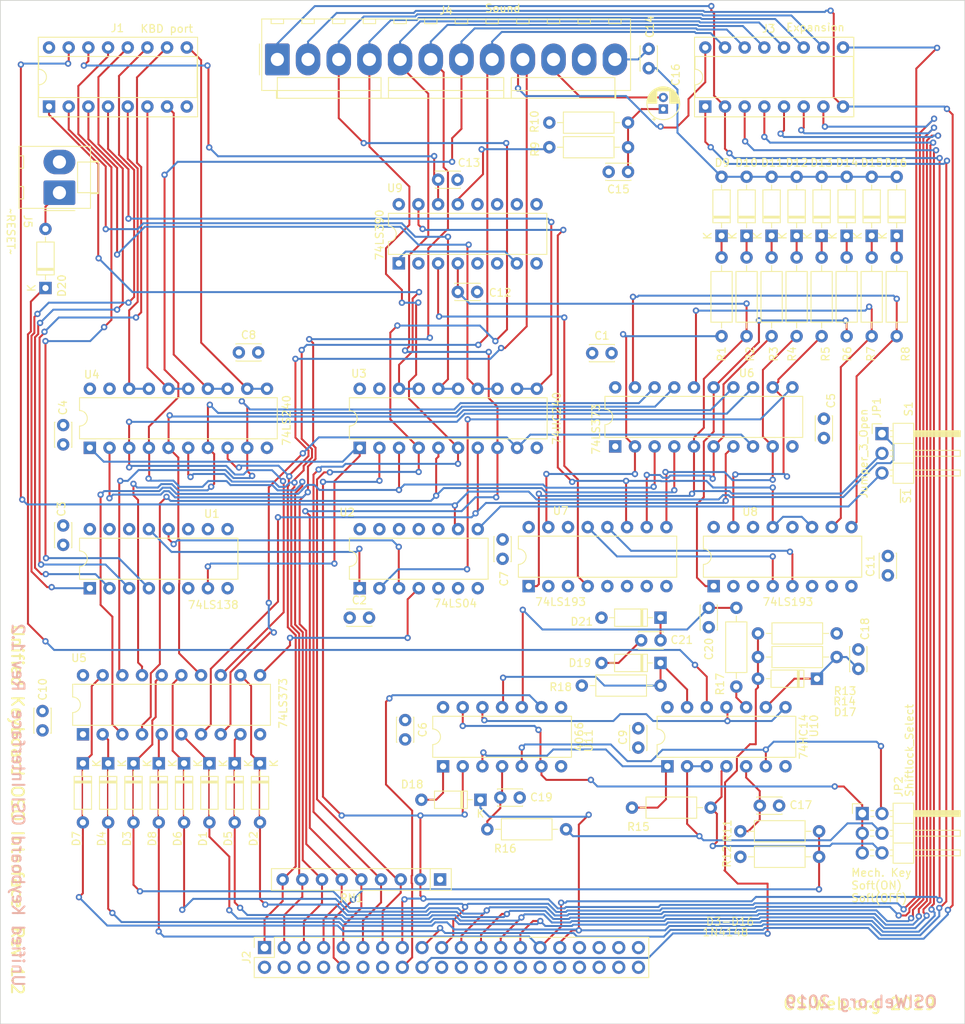
<source format=kicad_pcb>
(kicad_pcb (version 20221018) (generator pcbnew)

  (general
    (thickness 1.6)
  )

  (paper "B")
  (title_block
    (title "Unified Retro Keyboard")
    (date "2020-06-23")
    (rev "1.2")
  )

  (layers
    (0 "F.Cu" signal)
    (31 "B.Cu" signal)
    (32 "B.Adhes" user "B.Adhesive")
    (33 "F.Adhes" user "F.Adhesive")
    (34 "B.Paste" user)
    (35 "F.Paste" user)
    (36 "B.SilkS" user "B.Silkscreen")
    (37 "F.SilkS" user "F.Silkscreen")
    (38 "B.Mask" user)
    (39 "F.Mask" user)
    (40 "Dwgs.User" user "User.Drawings")
    (41 "Cmts.User" user "User.Comments")
    (42 "Eco1.User" user "User.Eco1")
    (43 "Eco2.User" user "User.Eco2")
    (44 "Edge.Cuts" user)
    (45 "Margin" user)
    (46 "B.CrtYd" user "B.Courtyard")
    (47 "F.CrtYd" user "F.Courtyard")
    (48 "B.Fab" user)
    (49 "F.Fab" user)
  )

  (setup
    (stackup
      (layer "F.SilkS" (type "Top Silk Screen"))
      (layer "F.Paste" (type "Top Solder Paste"))
      (layer "F.Mask" (type "Top Solder Mask") (thickness 0.01))
      (layer "F.Cu" (type "copper") (thickness 0.035))
      (layer "dielectric 1" (type "core") (thickness 1.51) (material "FR4") (epsilon_r 4.5) (loss_tangent 0.02))
      (layer "B.Cu" (type "copper") (thickness 0.035))
      (layer "B.Mask" (type "Bottom Solder Mask") (thickness 0.01))
      (layer "B.Paste" (type "Bottom Solder Paste"))
      (layer "B.SilkS" (type "Bottom Silk Screen"))
      (copper_finish "None")
      (dielectric_constraints no)
    )
    (pad_to_mask_clearance 0)
    (aux_axis_origin 61.4172 179.1081)
    (grid_origin 209.4 0)
    (pcbplotparams
      (layerselection 0x00010fc_ffffffff)
      (plot_on_all_layers_selection 0x0000000_00000000)
      (disableapertmacros false)
      (usegerberextensions false)
      (usegerberattributes false)
      (usegerberadvancedattributes false)
      (creategerberjobfile false)
      (dashed_line_dash_ratio 12.000000)
      (dashed_line_gap_ratio 3.000000)
      (svgprecision 6)
      (plotframeref false)
      (viasonmask false)
      (mode 1)
      (useauxorigin false)
      (hpglpennumber 1)
      (hpglpenspeed 20)
      (hpglpendiameter 15.000000)
      (dxfpolygonmode true)
      (dxfimperialunits true)
      (dxfusepcbnewfont true)
      (psnegative false)
      (psa4output false)
      (plotreference true)
      (plotvalue true)
      (plotinvisibletext false)
      (sketchpadsonfab false)
      (subtractmaskfromsilk false)
      (outputformat 1)
      (mirror false)
      (drillshape 0)
      (scaleselection 1)
      (outputdirectory "outputs")
    )
  )

  (net 0 "")
  (net 1 "+5V")
  (net 2 "/Row3")
  (net 3 "/Row0")
  (net 4 "/Row1")
  (net 5 "/Row4")
  (net 6 "/Row5")
  (net 7 "/Row7")
  (net 8 "/Col0")
  (net 9 "/Col1")
  (net 10 "/Col2")
  (net 11 "/Col3")
  (net 12 "/Col4")
  (net 13 "/Col5")
  (net 14 "/Col6")
  (net 15 "/Col7")
  (net 16 "/Row6")
  (net 17 "/Row2")
  (net 18 "GND")
  (net 19 "/NI")
  (net 20 "Net-(D10-A)")
  (net 21 "/Sound/Noise1")
  (net 22 "Net-(C15-Pad1)")
  (net 23 "/Sound/Noise2")
  (net 24 "Net-(C17-Pad2)")
  (net 25 "Net-(D17-K)")
  (net 26 "Net-(C19-Pad2)")
  (net 27 "Net-(C20-Pad1)")
  (net 28 "Net-(D21-K)")
  (net 29 "Net-(D19-A)")
  (net 30 "Net-(D1-K)")
  (net 31 "Net-(D2-K)")
  (net 32 "Net-(D3-K)")
  (net 33 "Net-(D4-K)")
  (net 34 "Net-(D5-K)")
  (net 35 "Net-(D6-K)")
  (net 36 "/special_keys/Break_1")
  (net 37 "Net-(D7-K)")
  (net 38 "/D6")
  (net 39 "/D5")
  (net 40 "/~{KBE}")
  (net 41 "/D4")
  (net 42 "/~{A1}")
  (net 43 "/D3")
  (net 44 "/~{A0}")
  (net 45 "/D2")
  (net 46 "/R-~{W}")
  (net 47 "/D1")
  (net 48 "/D7")
  (net 49 "/D0")
  (net 50 "Net-(D8-K)")
  (net 51 "Net-(D9-K)")
  (net 52 "Net-(D10-K)")
  (net 53 "Net-(D11-K)")
  (net 54 "Net-(D12-K)")
  (net 55 "Net-(D13-K)")
  (net 56 "Net-(D14-K)")
  (net 57 "Net-(D15-K)")
  (net 58 "Net-(D16-K)")
  (net 59 "Net-(D18-A)")
  (net 60 "Net-(D19-K)")
  (net 61 "Net-(D20-K)")
  (net 62 "/special_keys/ShiftLock_LED-")
  (net 63 "/special_keys/ShiftLock_1")
  (net 64 "unconnected-(J2-Pin_2-Pad2)")
  (net 65 "unconnected-(J2-Pin_4-Pad4)")
  (net 66 "unconnected-(J2-Pin_6-Pad6)")
  (net 67 "unconnected-(J2-Pin_8-Pad8)")
  (net 68 "unconnected-(J2-Pin_22-Pad22)")
  (net 69 "unconnected-(J2-Pin_24-Pad24)")
  (net 70 "/Sound/S0")
  (net 71 "/Sound/S1")
  (net 72 "/Sound/S2")
  (net 73 "/Sound/S3")
  (net 74 "/Sound/S4")
  (net 75 "/Sound/S5")
  (net 76 "/Sound/S6")
  (net 77 "/Sound/S7")
  (net 78 "unconnected-(J2-Pin_26-Pad26)")
  (net 79 "Net-(R15-Pad1)")
  (net 80 "Net-(R17-Pad2)")
  (net 81 "/Sound/SOUND_EN")
  (net 82 "/Sound/KD3")
  (net 83 "/Sound/KD2")
  (net 84 "/Sound/KD1")
  (net 85 "/Sound/KD0")
  (net 86 "/Sound/KD7")
  (net 87 "/Sound/KD6")
  (net 88 "/Sound/KD5")
  (net 89 "/Sound/KD4")
  (net 90 "unconnected-(J2-Pin_28-Pad28)")
  (net 91 "unconnected-(J2-Pin_30-Pad30)")
  (net 92 "unconnected-(J2-Pin_32-Pad32)")
  (net 93 "unconnected-(J2-Pin_34-Pad34)")
  (net 94 "unconnected-(J2-Pin_35-Pad35)")
  (net 95 "unconnected-(J2-Pin_36-Pad36)")
  (net 96 "Net-(U10-Pad11)")
  (net 97 "/special_keys/~{RESET}")
  (net 98 "unconnected-(J2-Pin_37-Pad37)")
  (net 99 "unconnected-(J2-Pin_38-Pad38)")
  (net 100 "unconnected-(J2-Pin_39-Pad39)")
  (net 101 "unconnected-(J2-Pin_40-Pad40)")
  (net 102 "Net-(JP1-B)")
  (net 103 "Net-(JP2-Pin_1)")
  (net 104 "Net-(JP2-Pin_2)")
  (net 105 "Net-(JP2-Pin_4)")
  (net 106 "Net-(JP2-Pin_6)")
  (net 107 "Net-(U9B-Q0)")
  (net 108 "Net-(U1-O7)")
  (net 109 "unconnected-(U1-O6-Pad9)")
  (net 110 "unconnected-(U1-O5-Pad10)")
  (net 111 "unconnected-(U1-O4-Pad11)")
  (net 112 "Net-(U1-O3)")
  (net 113 "Net-(U1-O2)")
  (net 114 "unconnected-(U1-O1-Pad14)")
  (net 115 "unconnected-(U1-O0-Pad15)")
  (net 116 "unconnected-(U2-Pad5)")
  (net 117 "Net-(U5-LE)")
  (net 118 "unconnected-(U7-QB-Pad2)")
  (net 119 "unconnected-(U7-QA-Pad3)")
  (net 120 "Net-(U7-DOWN)")
  (net 121 "unconnected-(U7-QC-Pad6)")
  (net 122 "unconnected-(U7-QD-Pad7)")
  (net 123 "Net-(U7-~{LOAD})")
  (net 124 "/~{S1}")
  (net 125 "Net-(U7-~{CO})")
  (net 126 "Net-(U7-~{BO})")
  (net 127 "unconnected-(U8-QB-Pad2)")
  (net 128 "unconnected-(U8-QA-Pad3)")
  (net 129 "unconnected-(U8-QC-Pad6)")
  (net 130 "unconnected-(U8-QD-Pad7)")
  (net 131 "unconnected-(U8-~{CO}-Pad12)")
  (net 132 "Net-(U9A-Q3)")
  (net 133 "unconnected-(U9A-Q1-Pad5)")
  (net 134 "unconnected-(U9A-Q2-Pad6)")
  (net 135 "unconnected-(U9B-Q3-Pad9)")
  (net 136 "unconnected-(U9B-Q2-Pad10)")
  (net 137 "unconnected-(U9B-Q1-Pad11)")
  (net 138 "unconnected-(J2-Pin_33-Pad33)")
  (net 139 "unconnected-(U2-Pad10)")
  (net 140 "unconnected-(U2-Pad11)")
  (net 141 "unconnected-(U2-Pad12)")
  (net 142 "unconnected-(U2-Pad13)")
  (net 143 "unconnected-(U2-Pad6)")

  (footprint "Capacitor_THT:C_Disc_D3.0mm_W2.0mm_P2.50mm" (layer "F.Cu") (at 196.2085 130.456))

  (footprint "Capacitor_THT:C_Disc_D3.0mm_W2.0mm_P2.50mm" (layer "F.Cu") (at 159.235 118.558 -90))

  (footprint "Capacitor_THT:C_Disc_D3.0mm_W2.0mm_P2.50mm" (layer "F.Cu") (at 159.235 105.604 -90))

  (footprint "Capacitor_THT:C_Disc_D3.0mm_W2.0mm_P2.50mm" (layer "F.Cu") (at 257.406 107.2785 90))

  (footprint "Capacitor_THT:C_Disc_D3.0mm_W2.0mm_P2.50mm" (layer "F.Cu") (at 203.3675 143.664 -90))

  (footprint "Capacitor_THT:C_Disc_D3.0mm_W2.0mm_P2.50mm" (layer "F.Cu") (at 181.9045 96.2295))

  (footprint "Capacitor_THT:C_Disc_D3.0mm_W2.0mm_P2.50mm" (layer "F.Cu") (at 233.4538 144.7238 -90))

  (footprint "Capacitor_THT:C_Disc_D3.0mm_W2.0mm_P2.50mm" (layer "F.Cu") (at 207.622 73.941))

  (footprint "Capacitor_THT:C_Disc_D3.0mm_W2.0mm_P2.50mm" (layer "F.Cu") (at 232.133 72.925 180))

  (footprint "Capacitor_THT:C_Disc_D3.0mm_W2.0mm_P2.50mm" (layer "F.Cu") (at 251.6275 154.713 180))

  (footprint "Capacitor_THT:C_Disc_D3.0mm_W2.0mm_P2.50mm" (layer "F.Cu") (at 218.1484 153.67 180))

  (footprint "unikbd:D_DO-35_SOD27_P7.62mm_Horizontal_bypassed" (layer "F.Cu") (at 178.10357 149.252 -90))

  (footprint "unikbd:D_DO-35_SOD27_P7.62mm_Horizontal_bypassed" (layer "F.Cu") (at 168.306428 149.252 -90))

  (footprint "unikbd:D_DO-35_SOD27_P7.62mm_Horizontal_bypassed" (layer "F.Cu") (at 165.040714 149.252 -90))

  (footprint "unikbd:D_DO-35_SOD27_P7.62mm_Horizontal_bypassed" (layer "F.Cu") (at 181.369284 149.252 -90))

  (footprint "unikbd:D_DO-35_SOD27_P7.62mm_Horizontal_bypassed" (layer "F.Cu") (at 174.837856 149.252 -90))

  (footprint "unikbd:D_DO-35_SOD27_P7.62mm_Horizontal_bypassed" (layer "F.Cu") (at 161.775 149.252 -90))

  (footprint "unikbd:D_DO-35_SOD27_P7.62mm_Horizontal_bypassed" (layer "F.Cu") (at 171.572142 149.252 -90))

  (footprint "Package_DIP:DIP-16_W7.62mm_Socket" (layer "F.Cu") (at 242.1025 64.5 90))

  (footprint "Resistor_THT:R_Axial_DIN0207_L6.3mm_D2.5mm_P10.16mm_Horizontal" (layer "F.Cu") (at 232.133 69.75 180))

  (footprint "Resistor_THT:R_Axial_DIN0207_L6.3mm_D2.5mm_P10.16mm_Horizontal" (layer "F.Cu") (at 259.057 132.488 180))

  (footprint "Resistor_THT:R_Axial_DIN0207_L6.3mm_D2.5mm_P10.16mm_Horizontal" (layer "F.Cu") (at 248.897 135.536))

  (footprint "Resistor_THT:R_Axial_DIN0207_L6.3mm_D2.5mm_P10.16mm_Horizontal" (layer "F.Cu") (at 213.972 157.761))

  (footprint "Package_DIP:DIP-20_W7.62mm" (layer "F.Cu") (at 230.482 108.358 90))

  (footprint "Package_DIP:DIP-16_W7.62mm" (layer "F.Cu") (at 202.542 84.736 90))

  (footprint "Package_DIP:DIP-20_W7.62mm" (layer "F.Cu") (at 161.7877 145.5055 90))

  (footprint "Connector_PinHeader_2.54mm:PinHeader_1x03_P2.54mm_Horizontal" (layer "F.Cu") (at 264.899 106.707))

  (footprint "Connector_Molex:Molex_KK-396_A-41791-0012_1x12_P3.96mm_Vertical" (layer "F.Cu") (at 186.87435 58.42))

  (footprint "Package_DIP:DIP-20_W7.62mm" (layer "F.Cu") (at 197.5001 108.5358 90))

  (footprint "Package_DIP:DIP-20_W7.62mm" (layer "F.Cu") (at 162.674 108.5358 90))

  (footprint "Package_DIP:DIP-14_W7.62mm" (layer "F.Cu") (at 197.5001 126.65505 90))

  (footprint "Package_DIP:DIP-16_W7.62mm_Socket" (layer "F.Cu") (at 157.4062 64.5 90))

  (footprint "Resistor_THT:R_Array_SIP9" (layer "F.Cu") (at 207.876 164.238 180))

  (footprint "Package_DIP:DIP-16_W7.62mm" (layer "F.Cu")
    (tstamp 00000000-0000-0000-0000-00005ec8d9b0)
    (at 162.674 126.65505 90)
    (descr "16-lead though-hole mounted DIP package,
... [469404 chars truncated]
</source>
